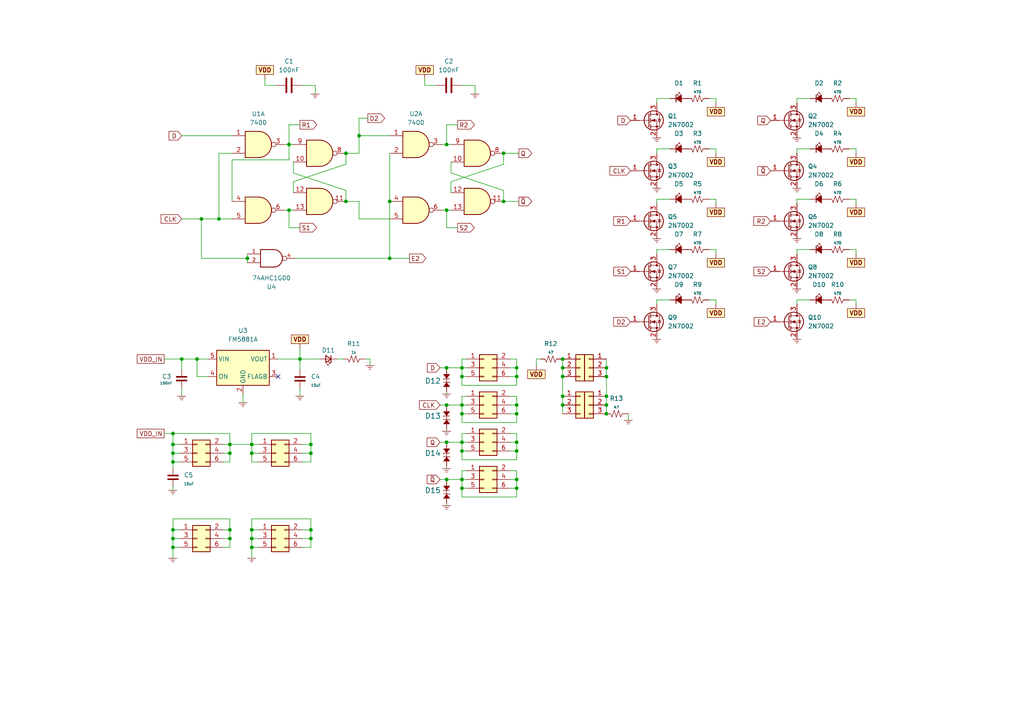
<source format=kicad_sch>
(kicad_sch (version 20211123) (generator eeschema)
  (paper "A4")
  (lib_symbols
    (symbol "74xGxx:74AHC1G00" (pin_names (offset 1.016))
      (property "Reference" "U" (at -2.54 3.81 0))
      (property "Value" "74AHC1G00" (at 0 -3.81 0))
      (symbol "74AHC1G00_1_1"
        (pin input line (at -7.62 1.27 0) (length 3.81) (name "~") (number "1"))
        (pin input line (at -7.62 -1.27 0) (length 3.81) (name "~") (number "2"))
        (pin power_in line (at 0 -2.54 270) (length 0) hide (name "GND") (number "3"))
        (pin output inverted (at 6.35 0 180) (length 3.81) (name "~") (number "4"))
        (pin power_in line (at 0 2.54 90) (length 0) hide (name "VCC") (number "5"))
      )
    )
    (symbol "74xx:7400" (pin_names (offset 1.016))
      (property "Reference" "U" (at 0 1.27 0))
      (property "Value" "7400" (at 0 -1.27 0))
      (symbol "7400_1_1"
        (pin input line (at -7.62 2.54 0) (length 3.81) (name "~") (number "1"))
        (pin input line (at -7.62 -2.54 0) (length 3.81) (name "~") (number "2"))
        (pin output inverted (at 7.62 0 180) (length 3.81) (name "~") (number "3"))
      )
      (symbol "7400_1_2"
        (pin input inverted (at -7.62 2.54 0) (length 4.318) (name "~") (number "1"))
        (pin input inverted (at -7.62 -2.54 0) (length 4.318) (name "~") (number "2"))
        (pin output line (at 7.62 0 180) (length 3.81) (name "~") (number "3"))
      )
      (symbol "7400_2_1"
        (pin input line (at -7.62 2.54 0) (length 3.81) (name "~") (number "4"))
        (pin input line (at -7.62 -2.54 0) (length 3.81) (name "~") (number "5"))
        (pin output inverted (at 7.62 0 180) (length 3.81) (name "~") (number "6"))
      )
      (symbol "7400_2_2"
        (pin input inverted (at -7.62 2.54 0) (length 4.318) (name "~") (number "4"))
        (pin input inverted (at -7.62 -2.54 0) (length 4.318) (name "~") (number "5"))
        (pin output line (at 7.62 0 180) (length 3.81) (name "~") (number "6"))
      )
      (symbol "7400_3_1"
        (pin input line (at -7.62 -2.54 0) (length 3.81) (name "~") (number "10"))
        (pin output inverted (at 7.62 0 180) (length 3.81) (name "~") (number "8"))
        (pin input line (at -7.62 2.54 0) (length 3.81) (name "~") (number "9"))
      )
      (symbol "7400_3_2"
        (pin input inverted (at -7.62 -2.54 0) (length 4.318) (name "~") (number "10"))
        (pin output line (at 7.62 0 180) (length 3.81) (name "~") (number "8"))
        (pin input inverted (at -7.62 2.54 0) (length 4.318) (name "~") (number "9"))
      )
      (symbol "7400_4_1"
        (pin output inverted (at 7.62 0 180) (length 3.81) (name "~") (number "11"))
        (pin input line (at -7.62 2.54 0) (length 3.81) (name "~") (number "12"))
        (pin input line (at -7.62 -2.54 0) (length 3.81) (name "~") (number "13"))
      )
      (symbol "7400_4_2"
        (pin output line (at 7.62 0 180) (length 3.81) (name "~") (number "11"))
        (pin input inverted (at -7.62 2.54 0) (length 4.318) (name "~") (number "12"))
        (pin input inverted (at -7.62 -2.54 0) (length 4.318) (name "~") (number "13"))
      )
      (symbol "7400_5_0"
        (pin power_in line (at 0 12.7 270) (length 5.08) (name "VCC") (number "14"))
        (pin power_in line (at 0 -12.7 90) (length 5.08) (name "GND") (number "7"))
      )
    )
    (symbol "Connector_Generic:Conn_01x03" (pin_names (offset 1.016) hide)
      (property "Reference" "J" (at 0 5.08 0))
      (property "Value" "Conn_01x03" (at 0 -5.08 0))
      (symbol "Conn_01x03_1_1"
        (pin passive line (at -5.08 2.54 0) (length 3.81) (name "Pin_1") (number "1"))
        (pin passive line (at -5.08 0 0) (length 3.81) (name "Pin_2") (number "2"))
        (pin passive line (at -5.08 -2.54 0) (length 3.81) (name "Pin_3") (number "3"))
      )
    )
    (symbol "Connector_Generic:Conn_02x03_Odd_Even" (pin_names (offset 1.016) hide)
      (property "Reference" "J" (at 1.27 5.08 0))
      (property "Value" "Conn_02x03_Odd_Even" (at 1.27 -5.08 0))
      (symbol "Conn_02x03_Odd_Even_1_1"
        (pin passive line (at -5.08 2.54 0) (length 3.81) (name "Pin_1") (number "1"))
        (pin passive line (at 7.62 2.54 180) (length 3.81) (name "Pin_2") (number "2"))
        (pin passive line (at -5.08 0 0) (length 3.81) (name "Pin_3") (number "3"))
        (pin passive line (at 7.62 0 180) (length 3.81) (name "Pin_4") (number "4"))
        (pin passive line (at -5.08 -2.54 0) (length 3.81) (name "Pin_5") (number "5"))
        (pin passive line (at 7.62 -2.54 180) (length 3.81) (name "Pin_6") (number "6"))
      )
    )
    (symbol "Device:C" (pin_numbers hide) (pin_names (offset 0.254))
      (property "Reference" "C" (at 0.635 2.54 0))
      (property "Value" "C" (at 0.635 -2.54 0))
      (symbol "C_1_1"
        (pin passive line (at 0 3.81 270) (length 2.794) (name "~") (number "1"))
        (pin passive line (at 0 -3.81 90) (length 2.794) (name "~") (number "2"))
      )
    )
    (symbol "Device:LED_Small" (pin_numbers hide) (pin_names (offset 0.254) hide)
      (property "Reference" "D" (at -1.27 3.175 0))
      (property "Value" "LED_Small" (at -4.445 -2.54 0))
      (symbol "LED_Small_1_1"
        (pin passive line (at -2.54 0 0) (length 1.778) (name "K") (number "1"))
        (pin passive line (at 2.54 0 180) (length 1.778) (name "A") (number "2"))
      )
    )
    (symbol "Device:LED_Small_Filled" (pin_numbers hide) (pin_names (offset 0.254) hide)
      (property "Reference" "D" (at -1.27 3.175 0))
      (property "Value" "LED_Small_Filled" (at -4.445 -2.54 0))
      (symbol "LED_Small_Filled_1_1"
        (pin passive line (at -2.54 0 0) (length 1.778) (name "K") (number "1"))
        (pin passive line (at 2.54 0 180) (length 1.778) (name "A") (number "2"))
      )
    )
    (symbol "OPENMIND:CAP" (pin_numbers hide) (pin_names (offset 0) hide)
      (property "Reference" "C" (at -0.635 2.54 0))
      (property "Value" "CAP" (at -1.27 -2.8448 0))
      (symbol "CAP_1_1"
        (pin passive line (at -2.54 0 0) (length 0) (name "1") (number "1"))
        (pin passive line (at 2.54 0 180) (length 0) (name "2") (number "2"))
      )
    )
    (symbol "OPENMIND:GND2" (power) (pin_names (offset 0))
      (symbol "GND2_1_1"
        (pin power_in line (at 0 0 90) (length 0) hide (name "GND") (number "1"))
      )
    )
    (symbol "OPENMIND:RESS" (pin_numbers hide) (pin_names (offset 0) hide)
      (property "Reference" "R" (at -0.635 1.5748 0))
      (property "Value" "RESS" (at -0.762 -2.54 0))
      (symbol "RESS_1_1"
        (pin passive line (at -2.54 0 0) (length 1.2192) (name "1") (number "1"))
        (pin passive line (at 3.81 0 180) (length 1.778) (name "2") (number "2"))
      )
    )
    (symbol "OPENMIND:TVSS_0" (pin_numbers hide) (pin_names (offset 0) hide)
      (property "Reference" "D" (at 3.175 1.27 0))
      (property "Value" "TVSS_0" (at -4.445 1.27 0))
      (symbol "TVSS_0_1_1"
        (pin passive line (at 0 4.445 270) (length 1.27) (name "1") (number "1"))
        (pin passive line (at 0 -1.905 90) (length 1.778) (name "2") (number "2"))
      )
    )
    (symbol "OPENMIND:VDD" (power) (pin_numbers hide) (pin_names (offset 0) hide)
      (symbol "VDD_0_0"
        (text "VDD" (at 0 2.54 0) (effects (font (size 1.27 1.27) bold)))
        (pin power_in line (at 0 0 90) (length 0) hide (name "VDD") (number "1"))
      )
    )
    (symbol "Power_Management:FPF2000"
      (property "Reference" "U" (at -7.62 6.35 0))
      (property "Value" "FPF2000" (at 3.81 6.35 0))
      (symbol "FPF2000_1_1"
        (pin power_out line (at 10.16 2.54 180) (length 2.54) (name "VOUT") (number "1"))
        (pin power_in line (at 0 -7.62 90) (length 2.54) (name "GND") (number "2"))
        (pin open_collector line (at 10.16 -2.54 180) (length 2.54) (name "FLAGB") (number "3"))
        (pin input line (at -10.16 -2.54 0) (length 2.54) (name "ON") (number "4"))
        (pin power_in line (at -10.16 2.54 0) (length 2.54) (name "VIN") (number "5"))
      )
    )
    (symbol "Transistor_FET:2N7002" (pin_names hide)
      (property "Reference" "Q" (at 5.08 1.905 0))
      (property "Value" "2N7002" (at 5.08 0 0))
      (symbol "2N7002_1_1"
        (pin input line (at -5.08 0 0) (length 2.54) (name "G") (number "1"))
        (pin passive line (at 2.54 -5.08 90) (length 2.54) (name "S") (number "2"))
        (pin passive line (at 2.54 5.08 270) (length 2.54) (name "D") (number "3"))
      )
    )
  )
  (junction (at 149.86 117.475))
  (junction (at 175.895 114.935))
  (junction (at 50.165 153.67))
  (junction (at 86.995 104.14))
  (junction (at 163.195 114.935))
  (junction (at 175.895 120.015))
  (junction (at 133.985 120.015))
  (junction (at 83.82 60.96))
  (junction (at 73.025 158.75))
  (junction (at 90.17 153.67))
  (junction (at 90.17 156.21))
  (junction (at 133.985 130.81))
  (junction (at 146.05 58.42))
  (junction (at 50.165 131.445))
  (junction (at 175.895 106.68))
  (junction (at 146.05 44.45))
  (junction (at 163.195 104.14))
  (junction (at 71.755 74.93))
  (junction (at 50.165 156.21))
  (junction (at 163.195 117.475))
  (junction (at 73.025 153.67))
  (junction (at 175.895 117.475))
  (junction (at 90.17 131.445))
  (junction (at 133.985 141.605))
  (junction (at 50.165 125.73))
  (junction (at 50.165 158.75))
  (junction (at 129.54 139.065))
  (junction (at 129.54 106.68))
  (junction (at 163.195 109.22))
  (junction (at 149.86 130.81))
  (junction (at 73.025 156.21))
  (junction (at 66.675 128.905))
  (junction (at 113.03 74.93))
  (junction (at 66.675 156.21))
  (junction (at 149.86 141.605))
  (junction (at 66.675 131.445))
  (junction (at 100.33 58.42))
  (junction (at 129.54 128.27))
  (junction (at 50.165 133.985))
  (junction (at 58.42 63.5))
  (junction (at 90.17 128.905))
  (junction (at 133.985 128.27))
  (junction (at 104.14 39.37))
  (junction (at 129.54 60.96))
  (junction (at 175.895 109.22))
  (junction (at 129.54 41.91))
  (junction (at 52.705 104.14))
  (junction (at 149.86 106.68))
  (junction (at 83.82 41.91))
  (junction (at 50.165 128.905))
  (junction (at 133.985 106.68))
  (junction (at 113.03 58.42))
  (junction (at 73.025 128.905))
  (junction (at 129.54 117.475))
  (junction (at 133.985 109.22))
  (junction (at 149.86 109.22))
  (junction (at 149.86 120.015))
  (junction (at 149.86 128.27))
  (junction (at 133.985 117.475))
  (junction (at 66.675 153.67))
  (junction (at 57.15 104.14))
  (junction (at 133.985 139.065))
  (junction (at 163.195 106.68))
  (junction (at 73.025 131.445))
  (junction (at 149.86 139.065))
  (junction (at 100.33 44.45))
  (junction (at 63.5 63.5))
  (no_connect (at 80.645 109.22))
  (wire (pts (xy 50.165 131.445) (xy 52.07 131.445)))
  (wire (pts (xy 147.955 104.14) (xy 149.86 104.14)))
  (wire (pts (xy 231.14 43.18) (xy 234.95 43.18)))
  (wire (pts (xy 127.635 117.475) (xy 129.54 117.475)))
  (wire (pts (xy 66.675 133.985) (xy 66.675 131.445)))
  (wire (pts (xy 146.05 58.42) (xy 150.495 58.42)))
  (wire (pts (xy 190.5 43.18) (xy 194.31 43.18)))
  (wire (pts (xy 248.285 86.995) (xy 246.38 86.995)))
  (wire (pts (xy 231.14 72.39) (xy 234.95 72.39)))
  (wire (pts (xy 83.82 41.91) (xy 85.09 41.91)))
  (wire (pts (xy 113.03 44.45) (xy 113.03 58.42)))
  (wire (pts (xy 67.31 44.45) (xy 63.5 44.45)))
  (wire (pts (xy 57.15 109.22) (xy 57.15 104.14)))
  (wire (pts (xy 133.985 130.81) (xy 133.985 128.27)))
  (wire (pts (xy 86.995 36.195) (xy 83.82 36.195)))
  (wire (pts (xy 149.86 144.145) (xy 133.985 144.145)))
  (wire (pts (xy 135.255 120.015) (xy 133.985 120.015)))
  (wire (pts (xy 129.54 124.46) (xy 129.54 125.095)))
  (wire (pts (xy 83.82 66.04) (xy 83.82 60.96)))
  (wire (pts (xy 123.19 24.765) (xy 126.365 24.765)))
  (wire (pts (xy 135.255 114.935) (xy 133.985 114.935)))
  (wire (pts (xy 133.985 111.76) (xy 133.985 109.22)))
  (wire (pts (xy 90.17 128.905) (xy 90.17 125.73)))
  (wire (pts (xy 73.025 128.905) (xy 74.93 128.905)))
  (wire (pts (xy 207.645 57.785) (xy 205.74 57.785)))
  (wire (pts (xy 104.14 63.5) (xy 113.03 63.5)))
  (wire (pts (xy 85.09 52.705) (xy 100.33 47.625)))
  (wire (pts (xy 248.285 57.785) (xy 246.38 57.785)))
  (wire (pts (xy 74.93 131.445) (xy 73.025 131.445)))
  (wire (pts (xy 149.86 122.555) (xy 133.985 122.555)))
  (wire (pts (xy 73.025 158.75) (xy 73.025 161.925)))
  (wire (pts (xy 107.315 104.14) (xy 106.045 104.14)))
  (wire (pts (xy 207.645 73.66) (xy 207.645 72.39)))
  (wire (pts (xy 47.625 104.14) (xy 52.705 104.14)))
  (wire (pts (xy 137.795 27.305) (xy 137.795 24.765)))
  (wire (pts (xy 149.86 133.35) (xy 133.985 133.35)))
  (wire (pts (xy 90.17 153.67) (xy 87.63 153.67)))
  (wire (pts (xy 149.86 141.605) (xy 149.86 144.145)))
  (wire (pts (xy 129.54 128.27) (xy 129.54 128.905)))
  (wire (pts (xy 129.54 139.065) (xy 129.54 139.7)))
  (wire (pts (xy 128.27 41.91) (xy 129.54 41.91)))
  (wire (pts (xy 129.54 66.04) (xy 129.54 60.96)))
  (wire (pts (xy 163.195 109.22) (xy 163.195 114.935)))
  (wire (pts (xy 133.985 141.605) (xy 133.985 139.065)))
  (wire (pts (xy 248.285 43.18) (xy 246.38 43.18)))
  (wire (pts (xy 175.895 117.475) (xy 175.895 120.015)))
  (wire (pts (xy 130.81 52.705) (xy 130.81 55.88)))
  (wire (pts (xy 248.285 44.45) (xy 248.285 43.18)))
  (wire (pts (xy 129.54 117.475) (xy 133.985 117.475)))
  (wire (pts (xy 85.09 52.705) (xy 85.09 55.88)))
  (wire (pts (xy 129.54 106.68) (xy 133.985 106.68)))
  (wire (pts (xy 133.985 133.35) (xy 133.985 130.81)))
  (wire (pts (xy 149.86 114.935) (xy 149.86 117.475)))
  (wire (pts (xy 63.5 63.5) (xy 67.31 63.5)))
  (wire (pts (xy 127.635 128.27) (xy 129.54 128.27)))
  (wire (pts (xy 50.165 131.445) (xy 50.165 133.985)))
  (wire (pts (xy 113.03 58.42) (xy 113.03 74.93)))
  (wire (pts (xy 83.82 60.96) (xy 85.09 60.96)))
  (wire (pts (xy 73.025 131.445) (xy 73.025 128.905)))
  (wire (pts (xy 147.955 130.81) (xy 149.86 130.81)))
  (wire (pts (xy 129.54 139.065) (xy 133.985 139.065)))
  (wire (pts (xy 128.27 60.96) (xy 129.54 60.96)))
  (wire (pts (xy 100.33 44.45) (xy 104.14 44.45)))
  (wire (pts (xy 190.5 29.845) (xy 190.5 28.575)))
  (wire (pts (xy 64.77 158.75) (xy 66.675 158.75)))
  (wire (pts (xy 207.645 29.845) (xy 207.645 28.575)))
  (wire (pts (xy 132.715 36.195) (xy 129.54 36.195)))
  (wire (pts (xy 207.645 43.18) (xy 205.74 43.18)))
  (wire (pts (xy 86.995 66.04) (xy 83.82 66.04)))
  (wire (pts (xy 123.19 22.86) (xy 123.19 24.765)))
  (wire (pts (xy 130.81 46.99) (xy 130.81 50.165)))
  (wire (pts (xy 90.17 153.67) (xy 90.17 150.495)))
  (wire (pts (xy 91.44 27.305) (xy 91.44 24.765)))
  (wire (pts (xy 90.17 128.905) (xy 87.63 128.905)))
  (wire (pts (xy 104.14 58.42) (xy 100.33 58.42)))
  (wire (pts (xy 248.285 73.66) (xy 248.285 72.39)))
  (wire (pts (xy 52.705 104.14) (xy 57.15 104.14)))
  (wire (pts (xy 207.645 72.39) (xy 205.74 72.39)))
  (wire (pts (xy 147.955 120.015) (xy 149.86 120.015)))
  (wire (pts (xy 133.985 122.555) (xy 133.985 120.015)))
  (wire (pts (xy 64.77 131.445) (xy 66.675 131.445)))
  (wire (pts (xy 60.325 109.22) (xy 57.15 109.22)))
  (wire (pts (xy 87.63 156.21) (xy 90.17 156.21)))
  (wire (pts (xy 73.025 156.21) (xy 73.025 153.67)))
  (wire (pts (xy 82.55 60.96) (xy 83.82 60.96)))
  (wire (pts (xy 130.81 52.705) (xy 146.05 47.625)))
  (wire (pts (xy 90.17 158.75) (xy 90.17 156.21)))
  (wire (pts (xy 190.5 59.055) (xy 190.5 57.785)))
  (wire (pts (xy 231.14 86.995) (xy 234.95 86.995)))
  (wire (pts (xy 50.165 158.75) (xy 52.07 158.75)))
  (wire (pts (xy 135.255 130.81) (xy 133.985 130.81)))
  (wire (pts (xy 66.675 158.75) (xy 66.675 156.21)))
  (wire (pts (xy 50.165 133.985) (xy 50.165 135.89)))
  (wire (pts (xy 135.255 141.605) (xy 133.985 141.605)))
  (wire (pts (xy 231.14 57.785) (xy 234.95 57.785)))
  (wire (pts (xy 137.795 24.765) (xy 133.985 24.765)))
  (wire (pts (xy 73.025 133.985) (xy 73.025 131.445)))
  (wire (pts (xy 73.025 150.495) (xy 73.025 153.67)))
  (wire (pts (xy 127.635 139.065) (xy 129.54 139.065)))
  (wire (pts (xy 67.31 58.42) (xy 67.31 46.355)))
  (wire (pts (xy 58.42 63.5) (xy 58.42 74.93)))
  (wire (pts (xy 149.86 111.76) (xy 133.985 111.76)))
  (wire (pts (xy 147.955 109.22) (xy 149.86 109.22)))
  (wire (pts (xy 146.05 44.45) (xy 146.05 47.625)))
  (wire (pts (xy 66.675 153.67) (xy 66.675 150.495)))
  (wire (pts (xy 66.675 128.905) (xy 66.675 125.73)))
  (wire (pts (xy 85.09 50.165) (xy 100.33 55.245)))
  (wire (pts (xy 231.14 73.66) (xy 231.14 72.39)))
  (wire (pts (xy 107.315 106.045) (xy 107.315 104.14)))
  (wire (pts (xy 149.86 104.14) (xy 149.86 106.68)))
  (wire (pts (xy 70.485 114.3) (xy 70.485 116.84)))
  (wire (pts (xy 129.54 135.255) (xy 129.54 135.89)))
  (wire (pts (xy 147.955 117.475) (xy 149.86 117.475)))
  (wire (pts (xy 50.165 158.75) (xy 50.165 161.925)))
  (wire (pts (xy 133.985 109.22) (xy 133.985 106.68)))
  (wire (pts (xy 74.93 158.75) (xy 73.025 158.75)))
  (wire (pts (xy 190.5 72.39) (xy 194.31 72.39)))
  (wire (pts (xy 155.575 106.045) (xy 155.575 104.14)))
  (wire (pts (xy 182.245 120.015) (xy 182.245 121.92)))
  (wire (pts (xy 248.285 29.845) (xy 248.285 28.575)))
  (wire (pts (xy 58.42 63.5) (xy 63.5 63.5)))
  (wire (pts (xy 190.5 86.995) (xy 194.31 86.995)))
  (wire (pts (xy 146.05 55.245) (xy 146.05 58.42)))
  (wire (pts (xy 135.255 104.14) (xy 133.985 104.14)))
  (wire (pts (xy 86.995 107.315) (xy 86.995 104.14)))
  (wire (pts (xy 149.86 130.81) (xy 149.86 133.35)))
  (wire (pts (xy 133.985 128.27) (xy 135.255 128.27)))
  (wire (pts (xy 50.165 153.67) (xy 50.165 156.21)))
  (wire (pts (xy 91.44 24.765) (xy 87.63 24.765)))
  (wire (pts (xy 66.675 150.495) (xy 50.165 150.495)))
  (wire (pts (xy 129.54 128.27) (xy 133.985 128.27)))
  (wire (pts (xy 147.955 125.73) (xy 149.86 125.73)))
  (wire (pts (xy 104.14 63.5) (xy 104.14 58.42)))
  (wire (pts (xy 149.86 139.065) (xy 149.86 141.605)))
  (wire (pts (xy 64.77 156.21) (xy 66.675 156.21)))
  (wire (pts (xy 135.255 136.525) (xy 133.985 136.525)))
  (wire (pts (xy 66.675 125.73) (xy 50.165 125.73)))
  (wire (pts (xy 207.645 28.575) (xy 205.74 28.575)))
  (wire (pts (xy 50.165 133.985) (xy 52.07 133.985)))
  (wire (pts (xy 104.14 39.37) (xy 104.14 44.45)))
  (wire (pts (xy 73.025 158.75) (xy 73.025 156.21)))
  (wire (pts (xy 74.93 133.985) (xy 73.025 133.985)))
  (wire (pts (xy 106.68 34.29) (xy 104.14 34.29)))
  (wire (pts (xy 163.195 104.14) (xy 163.195 106.68)))
  (wire (pts (xy 190.5 28.575) (xy 194.31 28.575)))
  (wire (pts (xy 104.14 39.37) (xy 113.03 39.37)))
  (wire (pts (xy 149.86 128.27) (xy 149.86 130.81)))
  (wire (pts (xy 163.195 117.475) (xy 163.195 120.015)))
  (wire (pts (xy 129.54 60.96) (xy 130.81 60.96)))
  (wire (pts (xy 85.09 46.99) (xy 85.09 50.165)))
  (wire (pts (xy 67.31 46.355) (xy 83.82 46.355)))
  (wire (pts (xy 90.17 125.73) (xy 73.025 125.73)))
  (wire (pts (xy 175.895 109.22) (xy 175.895 114.935)))
  (wire (pts (xy 175.895 114.935) (xy 175.895 117.475)))
  (wire (pts (xy 66.675 128.905) (xy 73.025 128.905)))
  (wire (pts (xy 133.985 139.065) (xy 135.255 139.065)))
  (wire (pts (xy 52.705 104.14) (xy 52.705 107.315)))
  (wire (pts (xy 82.55 41.91) (xy 83.82 41.91)))
  (wire (pts (xy 83.82 36.195) (xy 83.82 41.91)))
  (wire (pts (xy 74.93 156.21) (xy 73.025 156.21)))
  (wire (pts (xy 90.17 156.21) (xy 90.17 153.67)))
  (wire (pts (xy 149.86 106.68) (xy 149.86 109.22)))
  (wire (pts (xy 83.82 46.355) (xy 83.82 41.91)))
  (wire (pts (xy 66.675 131.445) (xy 66.675 128.905)))
  (wire (pts (xy 71.755 74.93) (xy 71.755 76.2)))
  (wire (pts (xy 87.63 133.985) (xy 90.17 133.985)))
  (wire (pts (xy 50.165 140.97) (xy 50.165 142.24)))
  (wire (pts (xy 190.5 73.66) (xy 190.5 72.39)))
  (wire (pts (xy 133.985 104.14) (xy 133.985 106.68)))
  (wire (pts (xy 50.165 128.905) (xy 50.165 131.445)))
  (wire (pts (xy 104.14 34.29) (xy 104.14 39.37)))
  (wire (pts (xy 64.77 133.985) (xy 66.675 133.985)))
  (wire (pts (xy 231.14 44.45) (xy 231.14 43.18)))
  (wire (pts (xy 147.955 136.525) (xy 149.86 136.525)))
  (wire (pts (xy 135.255 125.73) (xy 133.985 125.73)))
  (wire (pts (xy 207.645 86.995) (xy 205.74 86.995)))
  (wire (pts (xy 133.985 125.73) (xy 133.985 128.27)))
  (wire (pts (xy 52.705 112.395) (xy 52.705 114.935)))
  (wire (pts (xy 207.645 88.265) (xy 207.645 86.995)))
  (wire (pts (xy 147.955 106.68) (xy 149.86 106.68)))
  (wire (pts (xy 129.54 106.68) (xy 129.54 107.315)))
  (wire (pts (xy 147.955 141.605) (xy 149.86 141.605)))
  (wire (pts (xy 86.995 104.14) (xy 92.71 104.14)))
  (wire (pts (xy 231.14 28.575) (xy 234.95 28.575)))
  (wire (pts (xy 207.645 59.055) (xy 207.645 57.785)))
  (wire (pts (xy 100.33 44.45) (xy 100.33 47.625)))
  (wire (pts (xy 47.625 125.73) (xy 50.165 125.73)))
  (wire (pts (xy 50.165 156.21) (xy 50.165 158.75)))
  (wire (pts (xy 129.54 36.195) (xy 129.54 41.91)))
  (wire (pts (xy 175.895 104.14) (xy 175.895 106.68)))
  (wire (pts (xy 149.86 136.525) (xy 149.86 139.065)))
  (wire (pts (xy 129.54 113.665) (xy 129.54 114.3)))
  (wire (pts (xy 149.86 120.015) (xy 149.86 122.555)))
  (wire (pts (xy 207.645 44.45) (xy 207.645 43.18)))
  (wire (pts (xy 147.955 114.935) (xy 149.86 114.935)))
  (wire (pts (xy 73.025 125.73) (xy 73.025 128.905)))
  (wire (pts (xy 90.17 133.985) (xy 90.17 131.445)))
  (wire (pts (xy 147.955 128.27) (xy 149.86 128.27)))
  (wire (pts (xy 85.725 74.93) (xy 113.03 74.93)))
  (wire (pts (xy 132.715 66.04) (xy 129.54 66.04)))
  (wire (pts (xy 149.86 125.73) (xy 149.86 128.27)))
  (wire (pts (xy 135.255 109.22) (xy 133.985 109.22)))
  (wire (pts (xy 90.17 131.445) (xy 90.17 128.905)))
  (wire (pts (xy 66.675 156.21) (xy 66.675 153.67)))
  (wire (pts (xy 129.54 146.05) (xy 129.54 146.685)))
  (wire (pts (xy 52.705 39.37) (xy 67.31 39.37)))
  (wire (pts (xy 149.86 109.22) (xy 149.86 111.76)))
  (wire (pts (xy 175.895 106.68) (xy 175.895 109.22)))
  (wire (pts (xy 64.77 153.67) (xy 66.675 153.67)))
  (wire (pts (xy 231.14 59.055) (xy 231.14 57.785)))
  (wire (pts (xy 231.14 29.845) (xy 231.14 28.575)))
  (wire (pts (xy 50.165 125.73) (xy 50.165 128.905)))
  (wire (pts (xy 127.635 106.68) (xy 129.54 106.68)))
  (wire (pts (xy 87.63 158.75) (xy 90.17 158.75)))
  (wire (pts (xy 129.54 117.475) (xy 129.54 118.11)))
  (wire (pts (xy 231.14 88.265) (xy 231.14 86.995)))
  (wire (pts (xy 163.195 106.68) (xy 163.195 109.22)))
  (wire (pts (xy 190.5 57.785) (xy 194.31 57.785)))
  (wire (pts (xy 133.985 120.015) (xy 133.985 117.475)))
  (wire (pts (xy 57.15 104.14) (xy 60.325 104.14)))
  (wire (pts (xy 130.81 50.165) (xy 146.05 55.245)))
  (wire (pts (xy 87.63 131.445) (xy 90.17 131.445)))
  (wire (pts (xy 147.955 139.065) (xy 149.86 139.065)))
  (wire (pts (xy 97.79 104.14) (xy 99.695 104.14)))
  (wire (pts (xy 133.985 114.935) (xy 133.985 117.475)))
  (wire (pts (xy 76.835 22.86) (xy 76.835 24.765)))
  (wire (pts (xy 50.165 153.67) (xy 52.07 153.67)))
  (wire (pts (xy 248.285 59.055) (xy 248.285 57.785)))
  (wire (pts (xy 86.995 112.395) (xy 86.995 114.935)))
  (wire (pts (xy 133.985 144.145) (xy 133.985 141.605)))
  (wire (pts (xy 86.995 100.965) (xy 86.995 104.14)))
  (wire (pts (xy 190.5 44.45) (xy 190.5 43.18)))
  (wire (pts (xy 50.165 156.21) (xy 52.07 156.21)))
  (wire (pts (xy 248.285 72.39) (xy 246.38 72.39)))
  (wire (pts (xy 248.285 88.265) (xy 248.285 86.995)))
  (wire (pts (xy 71.755 73.66) (xy 71.755 74.93)))
  (wire (pts (xy 73.025 153.67) (xy 74.93 153.67)))
  (wire (pts (xy 248.285 28.575) (xy 246.38 28.575)))
  (wire (pts (xy 129.54 41.91) (xy 130.81 41.91)))
  (wire (pts (xy 113.03 74.93) (xy 118.745 74.93)))
  (wire (pts (xy 90.17 150.495) (xy 73.025 150.495)))
  (wire (pts (xy 63.5 44.45) (xy 63.5 63.5)))
  (wire (pts (xy 76.835 24.765) (xy 80.01 24.765)))
  (wire (pts (xy 52.705 63.5) (xy 58.42 63.5)))
  (wire (pts (xy 133.985 117.475) (xy 135.255 117.475)))
  (wire (pts (xy 100.33 55.245) (xy 100.33 58.42)))
  (wire (pts (xy 58.42 74.93) (xy 71.755 74.93)))
  (wire (pts (xy 155.575 104.14) (xy 156.845 104.14)))
  (wire (pts (xy 190.5 88.265) (xy 190.5 86.995)))
  (wire (pts (xy 133.985 136.525) (xy 133.985 139.065)))
  (wire (pts (xy 50.165 150.495) (xy 50.165 153.67)))
  (wire (pts (xy 163.195 114.935) (xy 163.195 117.475)))
  (wire (pts (xy 50.165 128.905) (xy 52.07 128.905)))
  (wire (pts (xy 64.77 128.905) (xy 66.675 128.905)))
  (wire (pts (xy 86.995 104.14) (xy 80.645 104.14)))
  (wire (pts (xy 149.86 117.475) (xy 149.86 120.015)))
  (wire (pts (xy 146.05 44.45) (xy 150.495 44.45)))
  (wire (pts (xy 133.985 106.68) (xy 135.255 106.68)))
  (global_label "E2" (shape output) (at 118.745 74.93 0) (property "Intersheet References" "${INTERSHEET_REFS}" (effects hide)))
  (global_label "~{Q}" (shape output) (at 150.495 58.42 0) (property "Intersheet References" "${INTERSHEET_REFS}" (effects hide)))
  (global_label "S1" (shape input) (at 182.88 78.74 180) (property "Intersheet References" "${INTERSHEET_REFS}" (effects hide)))
  (global_label "CLK" (shape input) (at 127.635 117.475 180) (property "Intersheet References" "${INTERSHEET_REFS}" (effects hide)))
  (global_label "S1" (shape output) (at 86.995 66.04 0) (property "Intersheet References" "${INTERSHEET_REFS}" (effects hide)))
  (global_label "S2" (shape input) (at 223.52 78.74 180) (property "Intersheet References" "${INTERSHEET_REFS}" (effects hide)))
  (global_label "D" (shape input) (at 127.635 106.68 180) (property "Intersheet References" "${INTERSHEET_REFS}" (effects hide)))
  (global_label "Q" (shape input) (at 223.52 34.925 180) (property "Intersheet References" "${INTERSHEET_REFS}" (effects hide)))
  (global_label "CLK" (shape input) (at 52.705 63.5 180) (property "Intersheet References" "${INTERSHEET_REFS}" (effects hide)))
  (global_label "Q" (shape input) (at 127.635 128.27 180) (property "Intersheet References" "${INTERSHEET_REFS}" (effects hide)))
  (global_label "D" (shape input) (at 52.705 39.37 180) (property "Intersheet References" "${INTERSHEET_REFS}" (effects hide)))
  (global_label "R2" (shape input) (at 223.52 64.135 180) (property "Intersheet References" "${INTERSHEET_REFS}" (effects hide)))
  (global_label "D2" (shape input) (at 182.88 93.345 180) (property "Intersheet References" "${INTERSHEET_REFS}" (effects hide)))
  (global_label "~{Q}" (shape input) (at 127.635 139.065 180) (property "Intersheet References" "${INTERSHEET_REFS}" (effects hide)))
  (global_label "Q" (shape output) (at 150.495 44.45 0) (property "Intersheet References" "${INTERSHEET_REFS}" (effects hide)))
  (global_label "D2" (shape output) (at 106.68 34.29 0) (property "Intersheet References" "${INTERSHEET_REFS}" (effects hide)))
  (global_label "~{Q}" (shape input) (at 223.52 49.53 180) (property "Intersheet References" "${INTERSHEET_REFS}" (effects hide)))
  (global_label "R1" (shape input) (at 182.88 64.135 180) (property "Intersheet References" "${INTERSHEET_REFS}" (effects hide)))
  (global_label "R2" (shape output) (at 132.715 36.195 0) (property "Intersheet References" "${INTERSHEET_REFS}" (effects hide)))
  (global_label "E2" (shape input) (at 223.52 93.345 180) (property "Intersheet References" "${INTERSHEET_REFS}" (effects hide)))
  (global_label "VDD_IN" (shape passive) (at 47.625 104.14 180) (property "Intersheet References" "${INTERSHEET_REFS}" (effects hide)))
  (global_label "R1" (shape output) (at 86.995 36.195 0) (property "Intersheet References" "${INTERSHEET_REFS}" (effects hide)))
  (global_label "S2" (shape output) (at 132.715 66.04 0) (property "Intersheet References" "${INTERSHEET_REFS}" (effects hide)))
  (global_label "CLK" (shape input) (at 182.88 49.53 180) (property "Intersheet References" "${INTERSHEET_REFS}" (effects hide)))
  (global_label "VDD_IN" (shape passive) (at 47.625 125.73 180) (property "Intersheet References" "${INTERSHEET_REFS}" (effects hide)))
  (global_label "D" (shape input) (at 182.88 34.925 180) (property "Intersheet References" "${INTERSHEET_REFS}" (effects hide)))
  (symbol (lib_id "OPENMIND:TVSS_0") (at 129.54 133.35 0) (unit 1)
    (property "Reference" "D14" (at 123.19 131.445 0) (effects (font (size 1.524 1.524)) (justify left)))
    (property "Value" "TVSS_0" (effects hide))
    (property "Footprint" "Diode_SMD:D_SOD-123F" (effects hide))
  )
  (symbol (lib_id "OPENMIND:RESS") (at 242.57 43.18 0) (unit 1)
    (property "Reference" "R4" (at 242.9256 38.735 0))
    (property "Value" "470" (at 242.9256 41.275 0) (effects (font (size 0.762 0.762))))
  )
  (symbol (lib_id "OPENMIND:VDD") (at 207.645 88.265 180) (unit 1)
    (property "Reference" "#PWR021" (effects hide))
    (property "Value" "VDD" (effects hide))
  )
  (symbol (lib_id "OPENMIND:VDD") (at 207.645 59.055 180) (unit 1)
    (property "Reference" "#PWR013" (effects hide))
    (property "Value" "VDD" (effects hide))
  )
  (symbol (lib_id "OPENMIND:VDD") (at 207.645 29.845 180) (unit 1)
    (property "Reference" "#PWR05" (effects hide))
    (property "Value" "VDD" (effects hide))
  )
  (symbol (lib_id "OPENMIND:GND2") (at 73.025 161.925 0) (unit 1)
    (property "Reference" "#PWR038" (effects hide))
    (property "Value" "GND2" (effects hide))
  )
  (symbol (lib_id "OPENMIND:GND2") (at 190.5 83.82 0) (unit 1)
    (property "Reference" "#PWR019" (effects hide))
    (property "Value" "GND2" (effects hide))
  )
  (symbol (lib_id "Connector_Generic:Conn_01x03") (at 168.275 106.68 0) (unit 1)
    (property "Reference" "J2" (effects hide))
    (property "Value" "Conn_01x03" (effects hide))
  )
  (symbol (lib_id "OPENMIND:CAP") (at 50.165 138.43 90) (unit 1)
    (property "Reference" "C5" (at 53.34 137.7949 90) (effects (justify right)))
    (property "Value" "10uF" (at 53.34 140.335 90) (effects (font (size 0.762 0.762)) (justify right)))
    (property "Footprint" "Capacitor_SMD:C_0805_2012Metric" (effects hide))
  )
  (symbol (lib_id "OPENMIND:GND2") (at 129.54 135.89 0) (unit 1)
    (property "Reference" "#PWR034" (effects hide))
    (property "Value" "GND2" (effects hide))
  )
  (symbol (lib_id "Connector_Generic:Conn_01x03") (at 168.275 117.475 0) (unit 1)
    (property "Reference" "J5" (effects hide))
    (property "Value" "Conn_01x03" (effects hide))
  )
  (symbol (lib_id "OPENMIND:GND2") (at 190.5 40.005 0) (unit 1)
    (property "Reference" "#PWR07" (effects hide))
    (property "Value" "GND2" (effects hide))
  )
  (symbol (lib_id "OPENMIND:GND2") (at 91.44 27.305 0) (unit 1)
    (property "Reference" "#PWR03" (effects hide))
    (property "Value" "GND2" (effects hide))
  )
  (symbol (lib_id "Transistor_FET:2N7002") (at 228.6 93.345 0) (unit 1)
    (property "Reference" "Q10" (at 234.315 92.0749 0) (effects (justify left)))
    (property "Value" "2N7002" (at 234.315 94.6149 0) (effects (justify left)))
    (property "Footprint" "Package_TO_SOT_SMD:SOT-23" (effects hide))
    (property "Datasheet" "https://www.onsemi.com/pub/Collateral/NDS7002A-D.PDF" (effects hide))
  )
  (symbol (lib_id "OPENMIND:GND2") (at 190.5 54.61 0) (unit 1)
    (property "Reference" "#PWR011" (effects hide))
    (property "Value" "GND2" (effects hide))
  )
  (symbol (lib_id "Device:LED_Small_Filled") (at 196.85 43.18 0) (unit 1)
    (property "Reference" "D3" (at 196.9135 38.735 0))
    (property "Value" "LED_Small_Filled" (effects hide))
  )
  (symbol (lib_id "OPENMIND:VDD") (at 86.995 100.965 0) (unit 1)
    (property "Reference" "#PWR025" (effects hide))
    (property "Value" "VDD" (effects hide))
  )
  (symbol (lib_id "OPENMIND:GND2") (at 231.14 54.61 0) (unit 1)
    (property "Reference" "#PWR012" (effects hide))
    (property "Value" "GND2" (effects hide))
  )
  (symbol (lib_id "Transistor_FET:2N7002") (at 187.96 49.53 0) (unit 1)
    (property "Reference" "Q3" (at 193.675 48.2599 0) (effects (justify left)))
    (property "Value" "2N7002" (at 193.675 50.7999 0) (effects (justify left)))
    (property "Footprint" "Package_TO_SOT_SMD:SOT-23" (effects hide))
    (property "Datasheet" "https://www.onsemi.com/pub/Collateral/NDS7002A-D.PDF" (effects hide))
  )
  (symbol (lib_id "OPENMIND:GND2") (at 190.5 69.215 0) (unit 1)
    (property "Reference" "#PWR015" (effects hide))
    (property "Value" "GND2" (effects hide))
  )
  (symbol (lib_id "Connector_Generic:Conn_01x03") (at 170.815 117.475 0) (mirror y) (unit 1)
    (property "Reference" "J6" (effects hide))
    (property "Value" "Conn_01x03" (effects hide))
  )
  (symbol (lib_id "OPENMIND:VDD") (at 248.285 59.055 180) (unit 1)
    (property "Reference" "#PWR014" (effects hide))
    (property "Value" "VDD" (effects hide))
  )
  (symbol (lib_id "74xx:7400") (at 74.93 60.96 0) (unit 2)
    (property "Reference" "U1" (effects hide))
    (property "Value" "7400" (effects hide))
    (property "Datasheet" "http://www.ti.com/lit/gpn/sn7400" (effects hide))
  )
  (symbol (lib_id "OPENMIND:RESS") (at 102.235 104.14 0) (unit 1)
    (property "Reference" "R11" (at 102.5906 99.695 0))
    (property "Value" "1k" (at 102.5906 102.235 0) (effects (font (size 0.762 0.762))))
    (property "Footprint" "Resistor_SMD:R_0805_2012Metric" (effects hide))
  )
  (symbol (lib_id "Connector_Generic:Conn_02x03_Odd_Even") (at 140.335 139.065 0) (unit 1)
    (property "Reference" "J10" (effects hide))
    (property "Value" "Conn_02x03_Odd_Even" (effects hide))
    (property "Footprint" "Connector_PinSocket_2.54mm:PinSocket_2x03_P2.54mm_Vertical" (effects hide))
  )
  (symbol (lib_id "OPENMIND:TVSS_0") (at 129.54 122.555 0) (unit 1)
    (property "Reference" "D13" (at 123.19 120.65 0) (effects (font (size 1.524 1.524)) (justify left)))
    (property "Value" "TVSS_0" (effects hide))
    (property "Footprint" "Diode_SMD:D_SOD-123F" (effects hide))
  )
  (symbol (lib_id "Device:LED_Small_Filled") (at 196.85 57.785 0) (unit 1)
    (property "Reference" "D5" (at 196.9135 53.34 0))
    (property "Value" "LED_Small_Filled" (effects hide))
  )
  (symbol (lib_id "Connector_Generic:Conn_02x03_Odd_Even") (at 80.01 156.21 0) (unit 1)
    (property "Reference" "J12" (effects hide))
    (property "Value" "Conn_02x03_Odd_Even" (effects hide))
    (property "Footprint" "Connector_PinSocket_2.54mm:PinSocket_2x03_P2.54mm_Vertical" (effects hide))
  )
  (symbol (lib_id "Power_Management:FPF2000") (at 70.485 106.68 0) (unit 1)
    (property "Reference" "U3" (at 70.485 95.885 0))
    (property "Value" "FM5881A" (at 70.485 98.425 0))
    (property "Footprint" "Package_TO_SOT_SMD:SOT-353_SC-70-5" (effects hide))
    (property "Datasheet" "https://www.onsemi.com/pub/Collateral/FPF2001-D.pdf" (effects hide))
  )
  (symbol (lib_id "OPENMIND:GND2") (at 50.165 142.24 0) (unit 1)
    (property "Reference" "#PWR035" (effects hide))
    (property "Value" "GND2" (effects hide))
  )
  (symbol (lib_id "Connector_Generic:Conn_02x03_Odd_Even") (at 80.01 131.445 0) (unit 1)
    (property "Reference" "J9" (effects hide))
    (property "Value" "Conn_02x03_Odd_Even" (effects hide))
    (property "Footprint" "Connector_PinSocket_2.54mm:PinSocket_2x03_P2.54mm_Vertical" (effects hide))
  )
  (symbol (lib_id "OPENMIND:VDD") (at 248.285 73.66 180) (unit 1)
    (property "Reference" "#PWR018" (effects hide))
    (property "Value" "VDD" (effects hide))
  )
  (symbol (lib_id "OPENMIND:VDD") (at 248.285 88.265 180) (unit 1)
    (property "Reference" "#PWR022" (effects hide))
    (property "Value" "VDD" (effects hide))
  )
  (symbol (lib_id "OPENMIND:VDD") (at 155.575 106.045 180) (unit 1)
    (property "Reference" "#PWR027" (effects hide))
    (property "Value" "VDD" (effects hide))
  )
  (symbol (lib_id "OPENMIND:VDD") (at 76.835 22.86 0) (unit 1)
    (property "Reference" "#PWR01" (effects hide))
    (property "Value" "VDD" (effects hide))
  )
  (symbol (lib_id "Device:C") (at 130.175 24.765 90) (unit 1)
    (property "Reference" "C2" (at 130.175 17.78 90))
    (property "Value" "100nF" (at 130.175 20.32 90))
  )
  (symbol (lib_id "OPENMIND:GND2") (at 52.705 114.935 0) (unit 1)
    (property "Reference" "#PWR029" (effects hide))
    (property "Value" "GND2" (effects hide))
  )
  (symbol (lib_id "OPENMIND:RESS") (at 242.57 28.575 0) (unit 1)
    (property "Reference" "R2" (at 242.9256 24.13 0))
    (property "Value" "470" (at 242.9256 26.67 0) (effects (font (size 0.762 0.762))))
  )
  (symbol (lib_id "OPENMIND:GND2") (at 231.14 69.215 0) (unit 1)
    (property "Reference" "#PWR016" (effects hide))
    (property "Value" "GND2" (effects hide))
  )
  (symbol (lib_id "74xGxx:74AHC1G00") (at 79.375 74.93 0) (unit 1)
    (property "Reference" "U4" (at 78.74 83.185 0))
    (property "Value" "74AHC1G00" (at 78.74 80.645 0))
    (property "Datasheet" "http://www.ti.com/lit/sg/scyt129e/scyt129e.pdf" (effects hide))
  )
  (symbol (lib_id "OPENMIND:VDD") (at 248.285 29.845 180) (unit 1)
    (property "Reference" "#PWR06" (effects hide))
    (property "Value" "VDD" (effects hide))
  )
  (symbol (lib_id "OPENMIND:RESS") (at 242.57 57.785 0) (unit 1)
    (property "Reference" "R6" (at 242.9256 53.34 0))
    (property "Value" "470" (at 242.9256 55.88 0) (effects (font (size 0.762 0.762))))
  )
  (symbol (lib_id "OPENMIND:VDD") (at 123.19 22.86 0) (unit 1)
    (property "Reference" "#PWR02" (effects hide))
    (property "Value" "VDD" (effects hide))
  )
  (symbol (lib_id "74xx:7400") (at 92.71 44.45 0) (unit 3)
    (property "Reference" "U1" (effects hide))
    (property "Value" "7400" (effects hide))
    (property "Datasheet" "http://www.ti.com/lit/gpn/sn7400" (effects hide))
  )
  (symbol (lib_id "OPENMIND:RESS") (at 242.57 86.995 0) (unit 1)
    (property "Reference" "R10" (at 242.9256 82.55 0))
    (property "Value" "470" (at 242.9256 85.09 0) (effects (font (size 0.762 0.762))))
  )
  (symbol (lib_id "OPENMIND:CAP") (at 52.705 109.855 270) (unit 1)
    (property "Reference" "C3" (at 46.99 109.22 90) (effects (justify left)))
    (property "Value" "100nF" (at 46.355 111.125 90) (effects (font (size 0.762 0.762)) (justify left)))
    (property "Footprint" "Capacitor_SMD:C_0805_2012Metric" (effects hide))
  )
  (symbol (lib_id "OPENMIND:GND2") (at 129.54 125.095 0) (unit 1)
    (property "Reference" "#PWR033" (effects hide))
    (property "Value" "GND2" (effects hide))
  )
  (symbol (lib_id "OPENMIND:RESS") (at 201.93 28.575 0) (unit 1)
    (property "Reference" "R1" (at 202.2856 24.13 0))
    (property "Value" "470" (at 202.2856 26.67 0) (effects (font (size 0.762 0.762))))
  )
  (symbol (lib_id "OPENMIND:GND2") (at 86.995 114.935 0) (unit 1)
    (property "Reference" "#PWR030" (effects hide))
    (property "Value" "GND2" (effects hide))
  )
  (symbol (lib_id "OPENMIND:RESS") (at 159.385 104.14 0) (unit 1)
    (property "Reference" "R12" (at 159.7406 99.695 0))
    (property "Value" "47" (at 159.7406 102.235 0) (effects (font (size 0.762 0.762))))
    (property "Footprint" "Resistor_SMD:R_0805_2012Metric_Pad1.20x1.40mm_HandSolder" (effects hide))
  )
  (symbol (lib_id "Device:LED_Small_Filled") (at 196.85 28.575 0) (unit 1)
    (property "Reference" "D1" (at 196.9135 24.13 0))
    (property "Value" "LED_Small_Filled" (effects hide))
  )
  (symbol (lib_id "OPENMIND:GND2") (at 231.14 83.82 0) (unit 1)
    (property "Reference" "#PWR020" (effects hide))
    (property "Value" "GND2" (effects hide))
  )
  (symbol (lib_id "OPENMIND:GND2") (at 182.245 121.92 0) (unit 1)
    (property "Reference" "#PWR032" (effects hide))
    (property "Value" "GND2" (effects hide))
  )
  (symbol (lib_id "74xx:7400") (at 138.43 58.42 0) (unit 4)
    (property "Reference" "U2" (effects hide))
    (property "Value" "7400" (effects hide))
    (property "Datasheet" "http://www.ti.com/lit/gpn/sn7400" (effects hide))
  )
  (symbol (lib_id "OPENMIND:CAP") (at 86.995 109.855 90) (unit 1)
    (property "Reference" "C4" (at 90.17 109.2199 90) (effects (justify right)))
    (property "Value" "10uF" (at 90.17 111.76 90) (effects (font (size 0.762 0.762)) (justify right)))
    (property "Footprint" "Capacitor_SMD:C_0805_2012Metric" (effects hide))
  )
  (symbol (lib_id "Connector_Generic:Conn_02x03_Odd_Even") (at 140.335 117.475 0) (unit 1)
    (property "Reference" "J4" (effects hide))
    (property "Value" "Conn_02x03_Odd_Even" (effects hide))
    (property "Footprint" "Connector_PinSocket_2.54mm:PinSocket_2x03_P2.54mm_Vertical" (effects hide))
  )
  (symbol (lib_id "OPENMIND:GND2") (at 129.54 146.685 0) (unit 1)
    (property "Reference" "#PWR036" (effects hide))
    (property "Value" "GND2" (effects hide))
  )
  (symbol (lib_id "OPENMIND:TVSS_0") (at 129.54 144.145 0) (unit 1)
    (property "Reference" "D15" (at 123.19 142.24 0) (effects (font (size 1.524 1.524)) (justify left)))
    (property "Value" "TVSS_0" (effects hide))
    (property "Footprint" "Diode_SMD:D_SOD-123F" (effects hide))
  )
  (symbol (lib_id "Device:C") (at 83.82 24.765 90) (unit 1)
    (property "Reference" "C1" (at 83.82 17.78 90))
    (property "Value" "100nF" (at 83.82 20.32 90))
  )
  (symbol (lib_id "Transistor_FET:2N7002") (at 228.6 78.74 0) (unit 1)
    (property "Reference" "Q8" (at 234.315 77.4699 0) (effects (justify left)))
    (property "Value" "2N7002" (at 234.315 80.0099 0) (effects (justify left)))
    (property "Footprint" "Package_TO_SOT_SMD:SOT-23" (effects hide))
    (property "Datasheet" "https://www.onsemi.com/pub/Collateral/NDS7002A-D.PDF" (effects hide))
  )
  (symbol (lib_id "Device:LED_Small_Filled") (at 237.49 72.39 0) (unit 1)
    (property "Reference" "D8" (at 237.5535 67.945 0))
    (property "Value" "LED_Small_Filled" (effects hide))
  )
  (symbol (lib_id "Transistor_FET:2N7002") (at 228.6 49.53 0) (unit 1)
    (property "Reference" "Q4" (at 234.315 48.2599 0) (effects (justify left)))
    (property "Value" "2N7002" (at 234.315 50.7999 0) (effects (justify left)))
    (property "Footprint" "Package_TO_SOT_SMD:SOT-23" (effects hide))
    (property "Datasheet" "https://www.onsemi.com/pub/Collateral/NDS7002A-D.PDF" (effects hide))
  )
  (symbol (lib_id "Connector_Generic:Conn_01x03") (at 170.815 106.68 0) (mirror y) (unit 1)
    (property "Reference" "J3" (effects hide))
    (property "Value" "Conn_01x03" (effects hide))
  )
  (symbol (lib_id "Device:LED_Small_Filled") (at 237.49 28.575 0) (unit 1)
    (property "Reference" "D2" (at 237.5535 24.13 0))
    (property "Value" "LED_Small_Filled" (effects hide))
  )
  (symbol (lib_id "Transistor_FET:2N7002") (at 187.96 34.925 0) (unit 1)
    (property "Reference" "Q1" (at 193.675 33.6549 0) (effects (justify left)))
    (property "Value" "2N7002" (at 193.675 36.1949 0) (effects (justify left)))
    (property "Footprint" "Package_TO_SOT_SMD:SOT-23" (effects hide))
    (property "Datasheet" "https://www.onsemi.com/pub/Collateral/NDS7002A-D.PDF" (effects hide))
  )
  (symbol (lib_id "Device:LED_Small_Filled") (at 196.85 86.995 0) (unit 1)
    (property "Reference" "D9" (at 196.9135 82.55 0))
    (property "Value" "LED_Small_Filled" (effects hide))
  )
  (symbol (lib_id "Device:LED_Small_Filled") (at 196.85 72.39 0) (unit 1)
    (property "Reference" "D7" (at 196.9135 67.945 0))
    (property "Value" "LED_Small_Filled" (effects hide))
  )
  (symbol (lib_id "OPENMIND:TVSS_0") (at 129.54 111.76 0) (unit 1)
    (property "Reference" "D12" (at 123.19 110.49 0) (effects (font (size 1.524 1.524)) (justify left)))
    (property "Value" "TVSS_0" (effects hide))
    (property "Footprint" "Diode_SMD:D_SOD-123F" (effects hide))
  )
  (symbol (lib_id "OPENMIND:GND2") (at 107.315 106.045 0) (unit 1)
    (property "Reference" "#PWR026" (effects hide))
    (property "Value" "GND2" (effects hide))
  )
  (symbol (lib_id "Connector_Generic:Conn_02x03_Odd_Even") (at 57.15 156.21 0) (unit 1)
    (property "Reference" "J11" (effects hide))
    (property "Value" "Conn_02x03_Odd_Even" (effects hide))
    (property "Footprint" "Connector_PinSocket_2.54mm:PinSocket_2x03_P2.54mm_Vertical" (effects hide))
  )
  (symbol (lib_id "74xx:7400") (at 74.93 41.91 0) (unit 1)
    (property "Reference" "U1" (at 74.93 33.02 0))
    (property "Value" "7400" (at 74.93 35.56 0))
    (property "Datasheet" "http://www.ti.com/lit/gpn/sn7400" (effects hide))
  )
  (symbol (lib_id "Connector_Generic:Conn_02x03_Odd_Even") (at 140.335 106.68 0) (unit 1)
    (property "Reference" "J1" (effects hide))
    (property "Value" "Conn_02x03_Odd_Even" (effects hide))
    (property "Footprint" "Connector_PinSocket_2.54mm:PinSocket_2x03_P2.54mm_Vertical" (effects hide))
  )
  (symbol (lib_id "Device:LED_Small") (at 95.25 104.14 180) (unit 1)
    (property "Reference" "D11" (at 95.25 101.6 0))
    (property "Value" "LED_Small" (effects hide))
    (property "Footprint" "LED_SMD:LED_0805_2012Metric" (effects hide))
  )
  (symbol (lib_id "OPENMIND:GND2") (at 190.5 98.425 0) (unit 1)
    (property "Reference" "#PWR023" (effects hide))
    (property "Value" "GND2" (effects hide))
  )
  (symbol (lib_id "OPENMIND:GND2") (at 231.14 40.005 0) (unit 1)
    (property "Reference" "#PWR08" (effects hide))
    (property "Value" "GND2" (effects hide))
  )
  (symbol (lib_id "Device:LED_Small_Filled") (at 237.49 43.18 0) (unit 1)
    (property "Reference" "D4" (at 237.5535 38.735 0))
    (property "Value" "LED_Small_Filled" (effects hide))
  )
  (symbol (lib_id "Transistor_FET:2N7002") (at 187.96 78.74 0) (unit 1)
    (property "Reference" "Q7" (at 193.675 77.4699 0) (effects (justify left)))
    (property "Value" "2N7002" (at 193.675 80.0099 0) (effects (justify left)))
    (property "Footprint" "Package_TO_SOT_SMD:SOT-23" (effects hide))
    (property "Datasheet" "https://www.onsemi.com/pub/Collateral/NDS7002A-D.PDF" (effects hide))
  )
  (symbol (lib_id "OPENMIND:GND2") (at 129.54 114.3 0) (unit 1)
    (property "Reference" "#PWR028" (effects hide))
    (property "Value" "GND2" (effects hide))
  )
  (symbol (lib_id "OPENMIND:RESS") (at 201.93 86.995 0) (unit 1)
    (property "Reference" "R9" (at 202.2856 82.55 0))
    (property "Value" "470" (at 202.2856 85.09 0) (effects (font (size 0.762 0.762))))
  )
  (symbol (lib_id "OPENMIND:RESS") (at 201.93 43.18 0) (unit 1)
    (property "Reference" "R3" (at 202.2856 38.735 0))
    (property "Value" "470" (at 202.2856 41.275 0) (effects (font (size 0.762 0.762))))
  )
  (symbol (lib_id "OPENMIND:GND2") (at 70.485 116.84 0) (unit 1)
    (property "Reference" "#PWR031" (effects hide))
    (property "Value" "GND2" (effects hide))
  )
  (symbol (lib_id "74xx:7400") (at 120.65 60.96 0) (unit 2)
    (property "Reference" "U2" (effects hide))
    (property "Value" "7400" (effects hide))
    (property "Datasheet" "http://www.ti.com/lit/gpn/sn7400" (effects hide))
  )
  (symbol (lib_id "74xx:7400") (at 138.43 44.45 0) (unit 3)
    (property "Reference" "U2" (effects hide))
    (property "Value" "7400" (effects hide))
    (property "Datasheet" "http://www.ti.com/lit/gpn/sn7400" (effects hide))
  )
  (symbol (lib_id "Connector_Generic:Conn_02x03_Odd_Even") (at 57.15 131.445 0) (unit 1)
    (property "Reference" "J8" (effects hide))
    (property "Value" "Conn_02x03_Odd_Even" (effects hide))
    (property "Footprint" "Connector_PinSocket_2.54mm:PinSocket_2x03_P2.54mm_Vertical" (effects hide))
  )
  (symbol (lib_id "OPENMIND:RESS") (at 201.93 57.785 0) (unit 1)
    (property "Reference" "R5" (at 202.2856 53.34 0))
    (property "Value" "470" (at 202.2856 55.88 0) (effects (font (size 0.762 0.762))))
  )
  (symbol (lib_id "OPENMIND:RESS") (at 242.57 72.39 0) (unit 1)
    (property "Reference" "R8" (at 242.9256 67.945 0))
    (property "Value" "470" (at 242.9256 70.485 0) (effects (font (size 0.762 0.762))))
  )
  (symbol (lib_id "Connector_Generic:Conn_02x03_Odd_Even") (at 140.335 128.27 0) (unit 1)
    (property "Reference" "J7" (effects hide))
    (property "Value" "Conn_02x03_Odd_Even" (effects hide))
    (property "Footprint" "Connector_PinSocket_2.54mm:PinSocket_2x03_P2.54mm_Vertical" (effects hide))
  )
  (symbol (lib_id "OPENMIND:VDD") (at 207.645 44.45 180) (unit 1)
    (property "Reference" "#PWR09" (effects hide))
    (property "Value" "VDD" (effects hide))
  )
  (symbol (lib_id "74xx:7400") (at 120.65 41.91 0) (unit 1)
    (property "Reference" "U2" (at 120.65 33.02 0))
    (property "Value" "7400" (at 120.65 35.56 0))
    (property "Datasheet" "http://www.ti.com/lit/gpn/sn7400" (effects hide))
  )
  (symbol (lib_id "OPENMIND:RESS") (at 178.435 120.015 0) (unit 1)
    (property "Reference" "R13" (at 178.7906 115.57 0))
    (property "Value" "47" (at 178.7906 118.11 0) (effects (font (size 0.762 0.762))))
    (property "Footprint" "Resistor_SMD:R_0805_2012Metric_Pad1.20x1.40mm_HandSolder" (effects hide))
  )
  (symbol (lib_id "OPENMIND:GND2") (at 137.795 27.305 0) (unit 1)
    (property "Reference" "#PWR04" (effects hide))
    (property "Value" "GND2" (effects hide))
  )
  (symbol (lib_id "Device:LED_Small_Filled") (at 237.49 86.995 0) (unit 1)
    (property "Reference" "D10" (at 237.5535 82.55 0))
    (property "Value" "LED_Small_Filled" (effects hide))
  )
  (symbol (lib_id "Device:LED_Small_Filled") (at 237.49 57.785 0) (unit 1)
    (property "Reference" "D6" (at 237.5535 53.34 0))
    (property "Value" "LED_Small_Filled" (effects hide))
  )
  (symbol (lib_id "Transistor_FET:2N7002") (at 187.96 93.345 0) (unit 1)
    (property "Reference" "Q9" (at 193.675 92.0749 0) (effects (justify left)))
    (property "Value" "2N7002" (at 193.675 94.6149 0) (effects (justify left)))
    (property "Footprint" "Package_TO_SOT_SMD:SOT-23" (effects hide))
    (property "Datasheet" "https://www.onsemi.com/pub/Collateral/NDS7002A-D.PDF" (effects hide))
  )
  (symbol (lib_id "OPENMIND:RESS") (at 201.93 72.39 0) (unit 1)
    (property "Reference" "R7" (at 202.2856 67.945 0))
    (property "Value" "470" (at 202.2856 70.485 0) (effects (font (size 0.762 0.762))))
  )
  (symbol (lib_id "74xx:7400") (at 92.71 58.42 0) (unit 4)
    (property "Reference" "U1" (effects hide))
    (property "Value" "7400" (effects hide))
    (property "Datasheet" "http://www.ti.com/lit/gpn/sn7400" (effects hide))
  )
  (symbol (lib_id "Transistor_FET:2N7002") (at 187.96 64.135 0) (unit 1)
    (property "Reference" "Q5" (at 193.675 62.8649 0) (effects (justify left)))
    (property "Value" "2N7002" (at 193.675 65.4049 0) (effects (justify left)))
    (property "Footprint" "Package_TO_SOT_SMD:SOT-23" (effects hide))
    (property "Datasheet" "https://www.onsemi.com/pub/Collateral/NDS7002A-D.PDF" (effects hide))
  )
  (symbol (lib_id "OPENMIND:VDD") (at 248.285 44.45 180) (unit 1)
    (property "Reference" "#PWR010" (effects hide))
    (property "Value" "VDD" (effects hide))
  )
  (symbol (lib_id "OPENMIND:VDD") (at 207.645 73.66 180) (unit 1)
    (property "Reference" "#PWR017" (effects hide))
    (property "Value" "VDD" (effects hide))
  )
  (symbol (lib_id "Transistor_FET:2N7002") (at 228.6 64.135 0) (unit 1)
    (property "Reference" "Q6" (at 234.315 62.8649 0) (effects (justify left)))
    (property "Value" "2N7002" (at 234.315 65.4049 0) (effects (justify left)))
    (property "Footprint" "Package_TO_SOT_SMD:SOT-23" (effects hide))
    (property "Datasheet" "https://www.onsemi.com/pub/Collateral/NDS7002A-D.PDF" (effects hide))
  )
  (symbol (lib_id "Transistor_FET:2N7002") (at 228.6 34.925 0) (unit 1)
    (property "Reference" "Q2" (at 234.315 33.6549 0) (effects (justify left)))
    (property "Value" "2N7002" (at 234.315 36.1949 0) (effects (justify left)))
    (property "Footprint" "Package_TO_SOT_SMD:SOT-23" (effects hide))
    (property "Datasheet" "https://www.onsemi.com/pub/Collateral/NDS7002A-D.PDF" (effects hide))
  )
  (symbol (lib_id "OPENMIND:GND2") (at 231.14 98.425 0) (unit 1)
    (property "Reference" "#PWR024" (effects hide))
    (property "Value" "GND2" (effects hide))
  )
  (symbol (lib_id "OPENMIND:GND2") (at 50.165 161.925 0) (unit 1)
    (property "Reference" "#PWR037" (effects hide))
    (property "Value" "GND2" (effects hide))
  )
)
</source>
